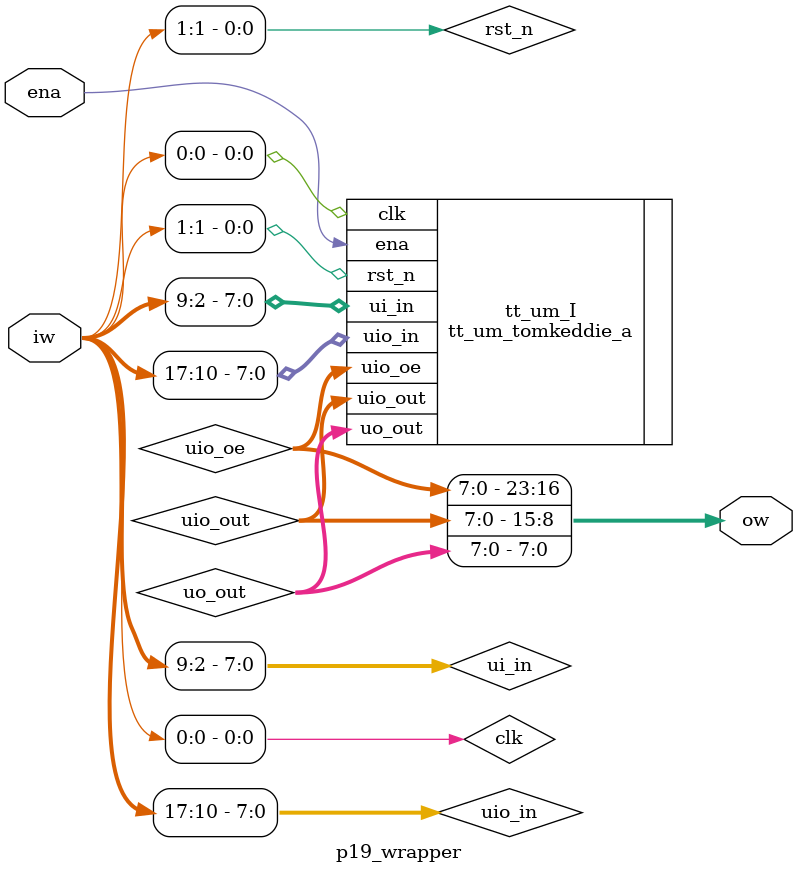
<source format=v>
`default_nettype none

module p19_wrapper (
  input wire ena,
  input wire [17:0] iw,
  output wire [23:0] ow
);

wire [7:0] uio_in;
wire [7:0] uio_out;
wire [7:0] uio_oe;
wire [7:0] uo_out;
wire [7:0] ui_in;
wire clk;
wire rst_n;

assign { uio_in, ui_in, rst_n, clk} = iw;
assign ow = { uio_oe, uio_out, uo_out };

tt_um_tomkeddie_a tt_um_I (
  .uio_in  (uio_in),
  .uio_out (uio_out),
  .uio_oe  (uio_oe),
  .uo_out  (uo_out),
  .ui_in   (ui_in),
  .ena     (ena),
  .clk     (clk),
  .rst_n   (rst_n)
);

endmodule

</source>
